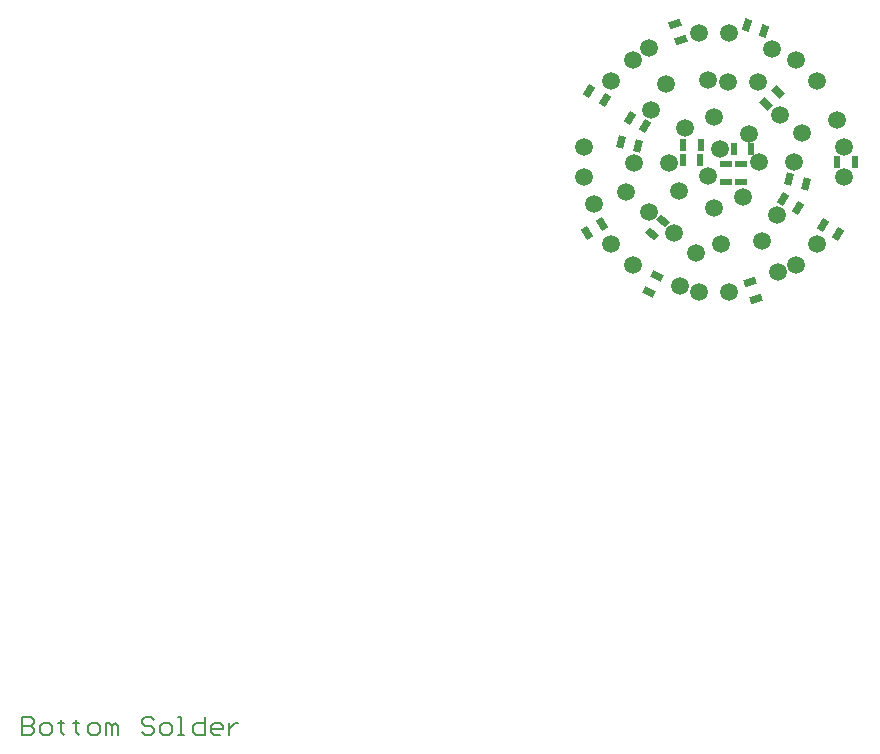
<source format=gbs>
G04*
G04 #@! TF.GenerationSoftware,Altium Limited,Altium Designer,20.2.4 (192)*
G04*
G04 Layer_Color=16711935*
%FSLAX44Y44*%
%MOMM*%
G71*
G04*
G04 #@! TF.SameCoordinates,0F43FF0A-D758-409E-903F-A1448CC310CE*
G04*
G04*
G04 #@! TF.FilePolarity,Negative*
G04*
G01*
G75*
%ADD13C,0.2032*%
%ADD17C,1.5200*%
%ADD18C,0.1200*%
%ADD40R,1.0200X0.6200*%
%ADD41R,0.6200X1.0200*%
G04:AMPARAMS|DCode=42|XSize=0.62mm|YSize=1.02mm|CornerRadius=0mm|HoleSize=0mm|Usage=FLASHONLY|Rotation=160.000|XOffset=0mm|YOffset=0mm|HoleType=Round|Shape=Rectangle|*
%AMROTATEDRECTD42*
4,1,4,0.4657,0.3732,0.1169,-0.5853,-0.4657,-0.3732,-0.1169,0.5853,0.4657,0.3732,0.0*
%
%ADD42ROTATEDRECTD42*%

G04:AMPARAMS|DCode=43|XSize=0.62mm|YSize=1.02mm|CornerRadius=0mm|HoleSize=0mm|Usage=FLASHONLY|Rotation=110.000|XOffset=0mm|YOffset=0mm|HoleType=Round|Shape=Rectangle|*
%AMROTATEDRECTD43*
4,1,4,0.5853,-0.1169,-0.3732,-0.4657,-0.5853,0.1169,0.3732,0.4657,0.5853,-0.1169,0.0*
%
%ADD43ROTATEDRECTD43*%

G04:AMPARAMS|DCode=44|XSize=0.62mm|YSize=1.02mm|CornerRadius=0mm|HoleSize=0mm|Usage=FLASHONLY|Rotation=150.000|XOffset=0mm|YOffset=0mm|HoleType=Round|Shape=Rectangle|*
%AMROTATEDRECTD44*
4,1,4,0.5235,0.2867,0.0135,-0.5967,-0.5235,-0.2867,-0.0135,0.5967,0.5235,0.2867,0.0*
%
%ADD44ROTATEDRECTD44*%

G04:AMPARAMS|DCode=45|XSize=0.62mm|YSize=1.02mm|CornerRadius=0mm|HoleSize=0mm|Usage=FLASHONLY|Rotation=210.000|XOffset=0mm|YOffset=0mm|HoleType=Round|Shape=Rectangle|*
%AMROTATEDRECTD45*
4,1,4,0.0135,0.5967,0.5235,-0.2867,-0.0135,-0.5967,-0.5235,0.2867,0.0135,0.5967,0.0*
%
%ADD45ROTATEDRECTD45*%

G04:AMPARAMS|DCode=46|XSize=0.62mm|YSize=1.02mm|CornerRadius=0mm|HoleSize=0mm|Usage=FLASHONLY|Rotation=243.500|XOffset=0mm|YOffset=0mm|HoleType=Round|Shape=Rectangle|*
%AMROTATEDRECTD46*
4,1,4,-0.3181,0.5050,0.5947,0.0499,0.3181,-0.5050,-0.5947,-0.0499,-0.3181,0.5050,0.0*
%
%ADD46ROTATEDRECTD46*%

G04:AMPARAMS|DCode=47|XSize=0.62mm|YSize=1.02mm|CornerRadius=0mm|HoleSize=0mm|Usage=FLASHONLY|Rotation=287.000|XOffset=0mm|YOffset=0mm|HoleType=Round|Shape=Rectangle|*
%AMROTATEDRECTD47*
4,1,4,-0.5784,0.1473,0.3971,0.4456,0.5784,-0.1473,-0.3971,-0.4456,-0.5784,0.1473,0.0*
%
%ADD47ROTATEDRECTD47*%

G04:AMPARAMS|DCode=48|XSize=0.62mm|YSize=1.02mm|CornerRadius=0mm|HoleSize=0mm|Usage=FLASHONLY|Rotation=45.350|XOffset=0mm|YOffset=0mm|HoleType=Round|Shape=Rectangle|*
%AMROTATEDRECTD48*
4,1,4,0.1450,-0.5790,-0.5807,0.1379,-0.1450,0.5790,0.5807,-0.1379,0.1450,-0.5790,0.0*
%
%ADD48ROTATEDRECTD48*%

G04:AMPARAMS|DCode=49|XSize=0.62mm|YSize=1.02mm|CornerRadius=0mm|HoleSize=0mm|Usage=FLASHONLY|Rotation=165.000|XOffset=0mm|YOffset=0mm|HoleType=Round|Shape=Rectangle|*
%AMROTATEDRECTD49*
4,1,4,0.4314,0.4124,0.1674,-0.5729,-0.4314,-0.4124,-0.1674,0.5729,0.4314,0.4124,0.0*
%
%ADD49ROTATEDRECTD49*%

G04:AMPARAMS|DCode=50|XSize=0.62mm|YSize=1.02mm|CornerRadius=0mm|HoleSize=0mm|Usage=FLASHONLY|Rotation=150.141|XOffset=0mm|YOffset=0mm|HoleType=Round|Shape=Rectangle|*
%AMROTATEDRECTD50*
4,1,4,0.5228,0.2880,0.0149,-0.5966,-0.5228,-0.2880,-0.0149,0.5966,0.5228,0.2880,0.0*
%
%ADD50ROTATEDRECTD50*%

G04:AMPARAMS|DCode=51|XSize=0.62mm|YSize=1.02mm|CornerRadius=0mm|HoleSize=0mm|Usage=FLASHONLY|Rotation=165.117|XOffset=0mm|YOffset=0mm|HoleType=Round|Shape=Rectangle|*
%AMROTATEDRECTD51*
4,1,4,0.4306,0.4133,0.1686,-0.5725,-0.4306,-0.4133,-0.1686,0.5725,0.4306,0.4133,0.0*
%
%ADD51ROTATEDRECTD51*%

G04:AMPARAMS|DCode=52|XSize=0.62mm|YSize=1.02mm|CornerRadius=0mm|HoleSize=0mm|Usage=FLASHONLY|Rotation=229.000|XOffset=0mm|YOffset=0mm|HoleType=Round|Shape=Rectangle|*
%AMROTATEDRECTD52*
4,1,4,-0.1815,0.5686,0.5883,-0.1006,0.1815,-0.5686,-0.5883,0.1006,-0.1815,0.5686,0.0*
%
%ADD52ROTATEDRECTD52*%

G54D13*
X-585802Y-469392D02*
Y-484627D01*
X-578184D01*
X-575645Y-482088D01*
Y-479549D01*
X-578184Y-477010D01*
X-585802D01*
X-578184D01*
X-575645Y-474470D01*
Y-471931D01*
X-578184Y-469392D01*
X-585802D01*
X-568028Y-484627D02*
X-562949D01*
X-560410Y-482088D01*
Y-477010D01*
X-562949Y-474470D01*
X-568028D01*
X-570567Y-477010D01*
Y-482088D01*
X-568028Y-484627D01*
X-552793Y-471931D02*
Y-474470D01*
X-555332D01*
X-550253D01*
X-552793D01*
Y-482088D01*
X-550253Y-484627D01*
X-540097Y-471931D02*
Y-474470D01*
X-542636D01*
X-537557D01*
X-540097D01*
Y-482088D01*
X-537557Y-484627D01*
X-527401D02*
X-522322D01*
X-519783Y-482088D01*
Y-477010D01*
X-522322Y-474470D01*
X-527401D01*
X-529940Y-477010D01*
Y-482088D01*
X-527401Y-484627D01*
X-514705D02*
Y-474470D01*
X-512166D01*
X-509627Y-477010D01*
Y-484627D01*
Y-477010D01*
X-507087Y-474470D01*
X-504548Y-477010D01*
Y-484627D01*
X-474078Y-471931D02*
X-476617Y-469392D01*
X-481696D01*
X-484235Y-471931D01*
Y-474470D01*
X-481696Y-477010D01*
X-476617D01*
X-474078Y-479549D01*
Y-482088D01*
X-476617Y-484627D01*
X-481696D01*
X-484235Y-482088D01*
X-466460Y-484627D02*
X-461382D01*
X-458843Y-482088D01*
Y-477010D01*
X-461382Y-474470D01*
X-466460D01*
X-469000Y-477010D01*
Y-482088D01*
X-466460Y-484627D01*
X-453765D02*
X-448686D01*
X-451225D01*
Y-469392D01*
X-453765D01*
X-430912D02*
Y-484627D01*
X-438530D01*
X-441069Y-482088D01*
Y-477010D01*
X-438530Y-474470D01*
X-430912D01*
X-418216Y-484627D02*
X-423294D01*
X-425834Y-482088D01*
Y-477010D01*
X-423294Y-474470D01*
X-418216D01*
X-415677Y-477010D01*
Y-479549D01*
X-425834D01*
X-410599Y-474470D02*
Y-484627D01*
Y-479549D01*
X-408059Y-477010D01*
X-405520Y-474470D01*
X-402981D01*
G54D17*
X24247Y-29485D02*
D03*
X379Y-38173D02*
D03*
X110000Y12700D02*
D03*
Y-12700D02*
D03*
X86980Y69020D02*
D03*
X69020Y86980D02*
D03*
X-12700Y110000D02*
D03*
X12700D02*
D03*
X-69020Y86980D02*
D03*
X-86980Y69020D02*
D03*
X-110000Y-12700D02*
D03*
Y12700D02*
D03*
X-86980Y-69020D02*
D03*
X-69020Y-86980D02*
D03*
X12700Y-110000D02*
D03*
X-12700D02*
D03*
X69020Y-86980D02*
D03*
X86980Y-69020D02*
D03*
X74685Y24860D02*
D03*
X68111Y326D02*
D03*
X37459Y68338D02*
D03*
X12059D02*
D03*
X-52989Y44750D02*
D03*
X-40289Y66747D02*
D03*
X-74685Y-24860D02*
D03*
X-68111Y-325D02*
D03*
X-34048Y-59676D02*
D03*
X-15471Y-76999D02*
D03*
X40289Y-66747D02*
D03*
X52989Y-44750D02*
D03*
X29485Y24248D02*
D03*
X38172Y380D02*
D03*
X-379Y38173D02*
D03*
X-24247Y29485D02*
D03*
X-38172Y-380D02*
D03*
X-29485Y-24248D02*
D03*
X5367Y11510D02*
D03*
X-5367Y-11510D02*
D03*
X-4883Y69829D02*
D03*
X6000Y-69000D02*
D03*
X-55000Y-42000D02*
D03*
X56000Y40000D02*
D03*
X54000Y-93000D02*
D03*
X-29000Y-105000D02*
D03*
X-102000Y-35000D02*
D03*
X-54659Y96609D02*
D03*
X104007Y35812D02*
D03*
X49000Y96000D02*
D03*
G54D18*
X43473Y-22738D02*
D03*
X45279Y-18864D02*
D03*
X46741Y-14847D02*
D03*
X47848Y-10718D02*
D03*
X52103Y-27811D02*
D03*
X53876Y-24094D02*
D03*
X55385Y-20263D02*
D03*
X56624Y-16335D02*
D03*
X57585Y-12331D02*
D03*
X-57576Y12218D02*
D03*
X-56614Y16223D02*
D03*
X-55376Y20150D02*
D03*
X-53867Y23982D02*
D03*
X-52094Y27699D02*
D03*
X-47838Y10605D02*
D03*
X-46732Y14735D02*
D03*
X-45270Y18751D02*
D03*
X-43463Y22626D02*
D03*
X-80345Y-36445D02*
D03*
X-78614Y-40114D02*
D03*
X-76725Y-43705D02*
D03*
X-74681Y-47210D02*
D03*
X-89894Y-39560D02*
D03*
X-88082Y-42960D02*
D03*
X-86351Y-46630D02*
D03*
X-84462Y-50221D02*
D03*
X-82417Y-53726D02*
D03*
X-41733Y89093D02*
D03*
X-37978Y90629D02*
D03*
X-34159Y92000D02*
D03*
X-30284Y93203D02*
D03*
X-26664Y94525D02*
D03*
X-24908Y84635D02*
D03*
X-28783Y83432D02*
D03*
X-32602Y82061D02*
D03*
X-36357Y80524D02*
D03*
X89549Y-40333D02*
D03*
X93837Y-29163D02*
D03*
X92433Y-32970D02*
D03*
X95074Y-25298D02*
D03*
X90864Y-36711D02*
D03*
X80845Y-35322D02*
D03*
X85055Y-23909D02*
D03*
X82414Y-31580D02*
D03*
X83818Y-27773D02*
D03*
G54D40*
X23000Y-16500D02*
D03*
Y-1500D02*
D03*
X10000Y-16500D02*
D03*
Y-1500D02*
D03*
G54D41*
X104500Y-0D02*
D03*
X119500Y0D02*
D03*
X-26500Y2000D02*
D03*
X-11500D02*
D03*
X16500Y11000D02*
D03*
X31500D02*
D03*
X-26367Y14598D02*
D03*
X-11367D02*
D03*
G54D42*
X42048Y111435D02*
D03*
X27952Y116565D02*
D03*
G54D43*
X-28331Y103405D02*
D03*
X-33461Y117500D02*
D03*
G54D44*
X-92505Y53250D02*
D03*
X-105495Y60750D02*
D03*
X92232Y-53250D02*
D03*
X105222Y-60750D02*
D03*
X58505Y-31250D02*
D03*
X71495Y-38750D02*
D03*
G54D45*
X-94505Y-52250D02*
D03*
X-107495Y-59750D02*
D03*
G54D46*
X-47966Y-96205D02*
D03*
X-54660Y-109629D02*
D03*
G54D47*
X30845Y-100890D02*
D03*
X35231Y-115235D02*
D03*
G54D48*
X43760Y49366D02*
D03*
X54302Y60037D02*
D03*
G54D49*
X78244Y-17941D02*
D03*
X63755Y-14059D02*
D03*
G54D50*
X-58519Y30543D02*
D03*
X-71528Y38011D02*
D03*
G54D51*
X-64587Y13664D02*
D03*
X-79084Y17517D02*
D03*
G54D52*
X-42972Y-49433D02*
D03*
X-52813Y-60754D02*
D03*
M02*

</source>
